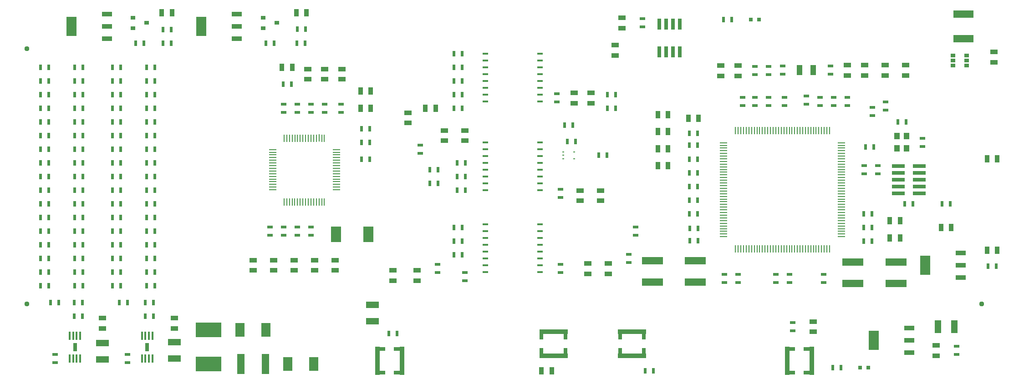
<source format=gtp>
G04 (created by PCBNEW-RS274X (2012-apr-16-27)-stable) date Sat 21 Dec 2013 03:19:58 PM CET*
G01*
G70*
G90*
%MOIN*%
G04 Gerber Fmt 3.4, Leading zero omitted, Abs format*
%FSLAX34Y34*%
G04 APERTURE LIST*
%ADD10C,0.008000*%
%ADD11R,0.041300X0.049200*%
%ADD12R,0.206700X0.035400*%
%ADD13R,0.031500X0.076700*%
%ADD14R,0.043000X0.023000*%
%ADD15R,0.023000X0.043000*%
%ADD16R,0.053000X0.033000*%
%ADD17R,0.035400X0.206700*%
%ADD18R,0.076700X0.031500*%
%ADD19R,0.068900X0.104300*%
%ADD20R,0.037400X0.025600*%
%ADD21R,0.033000X0.053000*%
%ADD22R,0.078000X0.142000*%
%ADD23R,0.078000X0.038000*%
%ADD24R,0.029400X0.029400*%
%ADD25R,0.018000X0.010000*%
%ADD26R,0.048000X0.098000*%
%ADD27R,0.013700X0.061000*%
%ADD28R,0.029500X0.059800*%
%ADD29R,0.098000X0.048000*%
%ADD30R,0.043000X0.018000*%
%ADD31R,0.092500X0.027900*%
%ADD32R,0.155500X0.058000*%
%ADD33R,0.188000X0.108000*%
%ADD34R,0.053000X0.148000*%
%ADD35R,0.041300X0.072800*%
%ADD36R,0.148000X0.053000*%
%ADD37R,0.058000X0.008000*%
%ADD38R,0.008000X0.058000*%
%ADD39R,0.076700X0.116100*%
%ADD40R,0.058000X0.007800*%
%ADD41O,0.058000X0.007800*%
%ADD42O,0.007800X0.058000*%
%ADD43C,0.037400*%
%ADD44R,0.025600X0.084600*%
G04 APERTURE END LIST*
G54D10*
G54D11*
X83104Y-29953D03*
X83104Y-29047D03*
X82396Y-29047D03*
X82396Y-29953D03*
G54D12*
X63000Y-43354D03*
X63000Y-45146D03*
G54D13*
X62124Y-43561D03*
X63876Y-43561D03*
X62124Y-44939D03*
X63876Y-44939D03*
G54D14*
X77018Y-39167D03*
X77018Y-39767D03*
X69768Y-39167D03*
X69768Y-39767D03*
X70768Y-39167D03*
X70768Y-39767D03*
G54D15*
X67800Y-30750D03*
X67200Y-30750D03*
X67800Y-32750D03*
X67200Y-32750D03*
X67800Y-31750D03*
X67200Y-31750D03*
X67800Y-33750D03*
X67200Y-33750D03*
X67800Y-34750D03*
X67200Y-34750D03*
X60550Y-30450D03*
X61150Y-30450D03*
X58050Y-28250D03*
X58650Y-28250D03*
X50200Y-31000D03*
X50800Y-31000D03*
X48200Y-31500D03*
X48800Y-31500D03*
X48200Y-32500D03*
X48800Y-32500D03*
X50200Y-32000D03*
X50800Y-32000D03*
X49950Y-37750D03*
X50550Y-37750D03*
X49950Y-36750D03*
X50550Y-36750D03*
X49950Y-24000D03*
X50550Y-24000D03*
X49950Y-25000D03*
X50550Y-25000D03*
X43200Y-30750D03*
X43800Y-30750D03*
X43200Y-29500D03*
X43800Y-29500D03*
G54D14*
X74750Y-43300D03*
X74750Y-42700D03*
G54D16*
X76250Y-43375D03*
X76250Y-42625D03*
G54D17*
X76146Y-45500D03*
X74354Y-45500D03*
G54D18*
X75939Y-44624D03*
X75939Y-46376D03*
X74561Y-44624D03*
X74561Y-46376D03*
G54D14*
X63750Y-20450D03*
X63750Y-21050D03*
G54D16*
X61750Y-23125D03*
X61750Y-22375D03*
X62250Y-20375D03*
X62250Y-21125D03*
G54D19*
X36195Y-43250D03*
X34305Y-43250D03*
X39695Y-45750D03*
X37805Y-45750D03*
G54D16*
X89500Y-23625D03*
X89500Y-22875D03*
G54D20*
X37000Y-20750D03*
X36000Y-21125D03*
X36000Y-20375D03*
G54D15*
X38450Y-22250D03*
X39050Y-22250D03*
X39100Y-21200D03*
X38500Y-21200D03*
X36800Y-22250D03*
X36200Y-22250D03*
G54D21*
X38425Y-20000D03*
X39175Y-20000D03*
G54D22*
X31450Y-21000D03*
G54D23*
X34050Y-21000D03*
X34050Y-20100D03*
X34050Y-21900D03*
G54D22*
X21950Y-21000D03*
G54D23*
X24550Y-21000D03*
X24550Y-20100D03*
X24550Y-21900D03*
G54D21*
X28575Y-20000D03*
X29325Y-20000D03*
G54D15*
X27250Y-22250D03*
X26650Y-22250D03*
X29250Y-21250D03*
X28650Y-21250D03*
X28650Y-22250D03*
X29250Y-22250D03*
G54D20*
X27450Y-20750D03*
X26450Y-21125D03*
X26450Y-20375D03*
G54D14*
X73000Y-24550D03*
X73000Y-23950D03*
G54D20*
X87500Y-23125D03*
X87500Y-23500D03*
X87500Y-23875D03*
X86500Y-23875D03*
X86500Y-23500D03*
X86500Y-23125D03*
G54D15*
X70300Y-20500D03*
X69700Y-20500D03*
G54D24*
X72295Y-20500D03*
X71705Y-20500D03*
G54D15*
X58850Y-29450D03*
X58250Y-29450D03*
G54D25*
X57950Y-30200D03*
X57950Y-30700D03*
X58750Y-30200D03*
X57950Y-30450D03*
X58750Y-30700D03*
G54D26*
X85400Y-43000D03*
X86600Y-43000D03*
G54D16*
X85250Y-44375D03*
X85250Y-45125D03*
G54D22*
X80700Y-44000D03*
G54D23*
X83300Y-44000D03*
X83300Y-43100D03*
X83300Y-44900D03*
G54D15*
X43200Y-28500D03*
X43800Y-28500D03*
G54D21*
X43875Y-27000D03*
X43125Y-27000D03*
G54D14*
X41700Y-27300D03*
X41700Y-26700D03*
G54D21*
X43875Y-25750D03*
X43125Y-25750D03*
G54D27*
X27884Y-43673D03*
X27628Y-43673D03*
X27372Y-43673D03*
X27116Y-43673D03*
X27116Y-45327D03*
X27372Y-45327D03*
X27628Y-45327D03*
X27884Y-45327D03*
G54D28*
X27500Y-44500D03*
G54D15*
X27950Y-41250D03*
X27350Y-41250D03*
G54D16*
X29500Y-42375D03*
X29500Y-43125D03*
G54D29*
X29500Y-45350D03*
X29500Y-44150D03*
G54D14*
X26050Y-45650D03*
X26050Y-45050D03*
G54D15*
X27950Y-42250D03*
X27350Y-42250D03*
X26050Y-41250D03*
X25450Y-41250D03*
X21013Y-41250D03*
X20413Y-41250D03*
X22763Y-42250D03*
X22163Y-42250D03*
G54D14*
X20750Y-45650D03*
X20750Y-45050D03*
G54D29*
X24213Y-45400D03*
X24213Y-44200D03*
G54D16*
X24213Y-42375D03*
X24213Y-43125D03*
G54D15*
X22763Y-41250D03*
X22163Y-41250D03*
G54D27*
X22597Y-43673D03*
X22341Y-43673D03*
X22085Y-43673D03*
X21829Y-43673D03*
X21829Y-45327D03*
X22085Y-45327D03*
X22341Y-45327D03*
X22597Y-45327D03*
G54D28*
X22213Y-44500D03*
G54D14*
X47500Y-29700D03*
X47500Y-30300D03*
G54D16*
X61250Y-38375D03*
X61250Y-39125D03*
X59750Y-39125D03*
X59750Y-38375D03*
G54D14*
X57750Y-39050D03*
X57750Y-38450D03*
X62750Y-38300D03*
X62750Y-37700D03*
X63250Y-36300D03*
X63250Y-35700D03*
G54D15*
X49950Y-35750D03*
X50550Y-35750D03*
G54D14*
X48750Y-39050D03*
X48750Y-38450D03*
X50750Y-39050D03*
X50750Y-39650D03*
G54D16*
X47250Y-39625D03*
X47250Y-38875D03*
X45500Y-39625D03*
X45500Y-38875D03*
X49250Y-29375D03*
X49250Y-28625D03*
X50750Y-29375D03*
X50750Y-28625D03*
G54D15*
X50800Y-33000D03*
X50200Y-33000D03*
G54D14*
X57750Y-32950D03*
X57750Y-33550D03*
G54D16*
X59200Y-33025D03*
X59200Y-33775D03*
X60700Y-33025D03*
X60700Y-33775D03*
X60000Y-25875D03*
X60000Y-26625D03*
X58750Y-26625D03*
X58750Y-25875D03*
G54D14*
X57500Y-26550D03*
X57500Y-25950D03*
G54D15*
X61200Y-26000D03*
X61800Y-26000D03*
X61200Y-27000D03*
X61800Y-27000D03*
X49950Y-23000D03*
X50550Y-23000D03*
X49950Y-26000D03*
X50550Y-26000D03*
X50550Y-27000D03*
X49950Y-27000D03*
G54D21*
X48625Y-27000D03*
X47875Y-27000D03*
G54D16*
X46600Y-28075D03*
X46600Y-27325D03*
G54D30*
X56250Y-39000D03*
X56250Y-38500D03*
X56250Y-38000D03*
X56250Y-37500D03*
X56250Y-37000D03*
X56250Y-36500D03*
X56250Y-36000D03*
X56250Y-35500D03*
X52250Y-35500D03*
X52250Y-36000D03*
X52250Y-36500D03*
X52250Y-37000D03*
X52250Y-37500D03*
X52250Y-38000D03*
X52250Y-38500D03*
X52250Y-39000D03*
X56250Y-26500D03*
X56250Y-26000D03*
X56250Y-25500D03*
X56250Y-25000D03*
X56250Y-24500D03*
X56250Y-24000D03*
X56250Y-23500D03*
X56250Y-23000D03*
X52250Y-23000D03*
X52250Y-23500D03*
X52250Y-24000D03*
X52250Y-24500D03*
X52250Y-25000D03*
X52250Y-25500D03*
X52250Y-26000D03*
X52250Y-26500D03*
X56250Y-33000D03*
X56250Y-32500D03*
X56250Y-32000D03*
X56250Y-31500D03*
X56250Y-31000D03*
X56250Y-30500D03*
X56250Y-30000D03*
X56250Y-29500D03*
X52250Y-29500D03*
X52250Y-30000D03*
X52250Y-30500D03*
X52250Y-31000D03*
X52250Y-31500D03*
X52250Y-32000D03*
X52250Y-32500D03*
X52250Y-33000D03*
G54D15*
X85700Y-34000D03*
X86300Y-34000D03*
G54D14*
X80000Y-31800D03*
X80000Y-31200D03*
X81000Y-31800D03*
X81000Y-31200D03*
G54D15*
X83550Y-34000D03*
X82950Y-34000D03*
G54D31*
X84018Y-33250D03*
X82482Y-33250D03*
X84018Y-32750D03*
X82482Y-32750D03*
X84018Y-32250D03*
X82482Y-32250D03*
X84018Y-31750D03*
X82482Y-31750D03*
X84018Y-31250D03*
X82482Y-31250D03*
G54D15*
X79950Y-36750D03*
X80550Y-36750D03*
G54D32*
X82325Y-39837D03*
X82325Y-38263D03*
X79175Y-39837D03*
X79175Y-38263D03*
G54D15*
X78300Y-46000D03*
X77700Y-46000D03*
G54D24*
X80295Y-46000D03*
X79705Y-46000D03*
G54D33*
X32000Y-45750D03*
X32000Y-43250D03*
G54D34*
X34350Y-45750D03*
X36150Y-45750D03*
G54D14*
X78750Y-26800D03*
X78750Y-26200D03*
X77750Y-26800D03*
X77750Y-26200D03*
X81550Y-26550D03*
X81550Y-27150D03*
X80600Y-26950D03*
X80600Y-27550D03*
G54D35*
X76260Y-24217D03*
X75276Y-24217D03*
G54D14*
X77518Y-24517D03*
X77518Y-23917D03*
X74018Y-24517D03*
X74018Y-23917D03*
G54D15*
X82450Y-28000D03*
X83050Y-28000D03*
G54D14*
X84250Y-29800D03*
X84250Y-29200D03*
G54D21*
X65643Y-31217D03*
X64893Y-31217D03*
G54D15*
X67800Y-29700D03*
X67200Y-29700D03*
G54D21*
X64893Y-29967D03*
X65643Y-29967D03*
X88995Y-30709D03*
X89745Y-30709D03*
G54D17*
X46146Y-45500D03*
X44354Y-45500D03*
G54D18*
X45939Y-44624D03*
X45939Y-46376D03*
X44561Y-44624D03*
X44561Y-46376D03*
G54D12*
X57250Y-45146D03*
X57250Y-43354D03*
G54D13*
X58126Y-44939D03*
X56374Y-44939D03*
X58126Y-43561D03*
X56374Y-43561D03*
G54D21*
X57125Y-46250D03*
X56375Y-46250D03*
G54D29*
X44000Y-42600D03*
X44000Y-41400D03*
G54D15*
X45200Y-43500D03*
X45800Y-43500D03*
X63950Y-46250D03*
X64550Y-46250D03*
G54D36*
X87250Y-20100D03*
X87250Y-21900D03*
G54D16*
X80018Y-24592D03*
X80018Y-23842D03*
G54D21*
X81875Y-35250D03*
X82625Y-35250D03*
G54D15*
X80100Y-29850D03*
X80700Y-29850D03*
G54D21*
X82625Y-36500D03*
X81875Y-36500D03*
G54D14*
X75750Y-26700D03*
X75750Y-26100D03*
X73518Y-39167D03*
X73518Y-39767D03*
X73000Y-26800D03*
X73000Y-26200D03*
G54D15*
X67818Y-35817D03*
X67218Y-35817D03*
G54D14*
X72000Y-26800D03*
X72000Y-26200D03*
G54D21*
X67875Y-27750D03*
X67125Y-27750D03*
G54D15*
X79950Y-35750D03*
X80550Y-35750D03*
G54D21*
X64893Y-27467D03*
X65643Y-27467D03*
G54D15*
X67800Y-28850D03*
X67200Y-28850D03*
G54D21*
X65643Y-28717D03*
X64893Y-28717D03*
G54D16*
X81518Y-24592D03*
X81518Y-23842D03*
G54D14*
X76750Y-26800D03*
X76750Y-26200D03*
G54D16*
X83018Y-23842D03*
X83018Y-24592D03*
X78768Y-23842D03*
X78768Y-24592D03*
X69500Y-23875D03*
X69500Y-24625D03*
G54D14*
X71100Y-26800D03*
X71100Y-26200D03*
X74518Y-39167D03*
X74518Y-39767D03*
G54D15*
X79950Y-34750D03*
X80550Y-34750D03*
G54D14*
X74150Y-26800D03*
X74150Y-26200D03*
G54D15*
X67818Y-36717D03*
X67218Y-36717D03*
G54D14*
X72000Y-24550D03*
X72000Y-23950D03*
G54D16*
X70750Y-24625D03*
X70750Y-23875D03*
G54D37*
X78343Y-36412D03*
X78343Y-36212D03*
X78343Y-36017D03*
X78343Y-35822D03*
X78343Y-35622D03*
X78343Y-35427D03*
X78343Y-35232D03*
X78343Y-35032D03*
X78343Y-34837D03*
X78343Y-34642D03*
X78343Y-34442D03*
X78343Y-34247D03*
X78343Y-34052D03*
X78343Y-33852D03*
X78343Y-33657D03*
X78343Y-33462D03*
X78343Y-33262D03*
X78343Y-33067D03*
X78343Y-32867D03*
X78343Y-32672D03*
X78343Y-32472D03*
X78343Y-32277D03*
X78343Y-32082D03*
X78343Y-31882D03*
X78343Y-31687D03*
X78343Y-31492D03*
X78343Y-31292D03*
X78343Y-31097D03*
X78343Y-30902D03*
X78343Y-30702D03*
X78343Y-30507D03*
X78343Y-30312D03*
X78343Y-30112D03*
X78343Y-29917D03*
X78343Y-29722D03*
X78343Y-29522D03*
G54D38*
X71753Y-28642D03*
X71558Y-28642D03*
X71363Y-28642D03*
X71163Y-28642D03*
X70968Y-28642D03*
X70773Y-28642D03*
X70573Y-28642D03*
X71558Y-37292D03*
X71753Y-37292D03*
X71953Y-37292D03*
X72148Y-37292D03*
X72343Y-37292D03*
X72543Y-37292D03*
X72738Y-37292D03*
X72933Y-37292D03*
X73133Y-37292D03*
X73328Y-37292D03*
X73523Y-37292D03*
X73723Y-37292D03*
X73918Y-37292D03*
X74118Y-37292D03*
X74313Y-37292D03*
X74513Y-37292D03*
X74708Y-37292D03*
X74903Y-37292D03*
X75103Y-37292D03*
X75298Y-37292D03*
X75493Y-37292D03*
X75693Y-37292D03*
X75888Y-37292D03*
X76083Y-37292D03*
X76283Y-37292D03*
X76478Y-37292D03*
X76673Y-37292D03*
X76873Y-37292D03*
X77068Y-37292D03*
X77263Y-37292D03*
X77463Y-37292D03*
X77463Y-28642D03*
X77263Y-28642D03*
X77068Y-28642D03*
X76873Y-28642D03*
X76673Y-28642D03*
X76478Y-28642D03*
X76283Y-28642D03*
X76083Y-28642D03*
X75888Y-28642D03*
X75693Y-28642D03*
X75493Y-28642D03*
X75298Y-28642D03*
X75103Y-28642D03*
X74903Y-28642D03*
X74708Y-28642D03*
X74513Y-28642D03*
X74313Y-28642D03*
X74118Y-28642D03*
X73918Y-28642D03*
X73723Y-28642D03*
X73523Y-28642D03*
X73328Y-28642D03*
X73133Y-28642D03*
X72933Y-28642D03*
X72738Y-28642D03*
X72543Y-28642D03*
X72343Y-28642D03*
X72148Y-28642D03*
X71953Y-28642D03*
G54D37*
X69693Y-30507D03*
X69693Y-30702D03*
X69693Y-30902D03*
X69693Y-31097D03*
X69693Y-31292D03*
X69693Y-31492D03*
X69693Y-31687D03*
X69693Y-31882D03*
X69693Y-32082D03*
X69693Y-32277D03*
X69693Y-32472D03*
X69693Y-32672D03*
X69693Y-32867D03*
X69693Y-33067D03*
X69693Y-33262D03*
X69693Y-33462D03*
X69693Y-33657D03*
X69693Y-33852D03*
X69693Y-34052D03*
X69693Y-34247D03*
X69693Y-34442D03*
X69693Y-34642D03*
X69693Y-34837D03*
X69693Y-35032D03*
X69693Y-35232D03*
X69693Y-35427D03*
X69693Y-35622D03*
X69693Y-35822D03*
X69693Y-36017D03*
X69693Y-36212D03*
X69693Y-36412D03*
X69693Y-29522D03*
X69693Y-29722D03*
X69693Y-29917D03*
X69693Y-30112D03*
X69693Y-30312D03*
G54D38*
X70573Y-37292D03*
X70773Y-37292D03*
X70968Y-37292D03*
X71163Y-37292D03*
X71363Y-37292D03*
G54D16*
X35250Y-38125D03*
X35250Y-38875D03*
X40500Y-24875D03*
X40500Y-24125D03*
G54D14*
X40500Y-27300D03*
X40500Y-26700D03*
G54D16*
X41750Y-24875D03*
X41750Y-24125D03*
G54D15*
X37450Y-25250D03*
X38050Y-25250D03*
G54D21*
X37375Y-24000D03*
X38125Y-24000D03*
G54D16*
X39750Y-38125D03*
X39750Y-38875D03*
G54D14*
X39500Y-26700D03*
X39500Y-27300D03*
G54D16*
X39250Y-24125D03*
X39250Y-24875D03*
X41250Y-38125D03*
X41250Y-38875D03*
G54D39*
X41319Y-36250D03*
X43681Y-36250D03*
G54D16*
X38250Y-38875D03*
X38250Y-38125D03*
G54D14*
X39500Y-36300D03*
X39500Y-35700D03*
X38500Y-35700D03*
X38500Y-36300D03*
X36500Y-35700D03*
X36500Y-36300D03*
X37500Y-35700D03*
X37500Y-36300D03*
X38500Y-27300D03*
X38500Y-26700D03*
G54D16*
X36750Y-38125D03*
X36750Y-38875D03*
G54D14*
X37500Y-27300D03*
X37500Y-26700D03*
G54D15*
X27450Y-35000D03*
X28050Y-35000D03*
X22200Y-35000D03*
X22800Y-35000D03*
X24950Y-35000D03*
X25550Y-35000D03*
X19700Y-35000D03*
X20300Y-35000D03*
X19700Y-34000D03*
X20300Y-34000D03*
X24950Y-34000D03*
X25550Y-34000D03*
X22200Y-34000D03*
X22800Y-34000D03*
X27450Y-34000D03*
X28050Y-34000D03*
X27450Y-32000D03*
X28050Y-32000D03*
X22200Y-32000D03*
X22800Y-32000D03*
X24950Y-32000D03*
X25550Y-32000D03*
X19700Y-32000D03*
X20300Y-32000D03*
X19700Y-33000D03*
X20300Y-33000D03*
X24950Y-33000D03*
X25550Y-33000D03*
X22200Y-33000D03*
X22800Y-33000D03*
X27450Y-33000D03*
X28050Y-33000D03*
X27450Y-37000D03*
X28050Y-37000D03*
X22200Y-37000D03*
X22800Y-37000D03*
X24950Y-37000D03*
X25550Y-37000D03*
X19700Y-37000D03*
X20300Y-37000D03*
X19700Y-36000D03*
X20300Y-36000D03*
X24950Y-36000D03*
X25550Y-36000D03*
X22200Y-36000D03*
X22800Y-36000D03*
X27450Y-36000D03*
X28050Y-36000D03*
X27450Y-38000D03*
X28050Y-38000D03*
X22200Y-38000D03*
X22800Y-38000D03*
X24950Y-38000D03*
X25550Y-38000D03*
X19700Y-38000D03*
X20300Y-38000D03*
X19700Y-39000D03*
X20300Y-39000D03*
X24950Y-39000D03*
X25550Y-39000D03*
X22200Y-39000D03*
X22800Y-39000D03*
X27450Y-39000D03*
X28050Y-39000D03*
X27450Y-31000D03*
X28050Y-31000D03*
X22200Y-31000D03*
X22800Y-31000D03*
X24950Y-31000D03*
X25550Y-31000D03*
X19700Y-31000D03*
X20300Y-31000D03*
X19700Y-30000D03*
X20300Y-30000D03*
X24950Y-30000D03*
X25550Y-30000D03*
X22200Y-30000D03*
X22800Y-30000D03*
X27450Y-30000D03*
X28050Y-30000D03*
X27450Y-28000D03*
X28050Y-28000D03*
X22200Y-28000D03*
X22800Y-28000D03*
X24950Y-28000D03*
X25550Y-28000D03*
X19700Y-28000D03*
X20300Y-28000D03*
X19700Y-29000D03*
X20300Y-29000D03*
X24950Y-29000D03*
X25550Y-29000D03*
X22200Y-29000D03*
X22800Y-29000D03*
X27450Y-29000D03*
X28050Y-29000D03*
X27450Y-25000D03*
X28050Y-25000D03*
X22200Y-25000D03*
X22800Y-25000D03*
X24950Y-25000D03*
X25550Y-25000D03*
X19700Y-25000D03*
X20300Y-25000D03*
X19700Y-24000D03*
X20300Y-24000D03*
X24950Y-24000D03*
X25550Y-24000D03*
X22200Y-24000D03*
X22800Y-24000D03*
X27450Y-24000D03*
X28050Y-24000D03*
X27450Y-26000D03*
X28050Y-26000D03*
X22200Y-26000D03*
X22800Y-26000D03*
X24950Y-26000D03*
X25550Y-26000D03*
X19700Y-26000D03*
X20300Y-26000D03*
X19700Y-27000D03*
X20300Y-27000D03*
X24950Y-27000D03*
X25550Y-27000D03*
X22200Y-27000D03*
X22800Y-27000D03*
X27450Y-27000D03*
X28050Y-27000D03*
G54D40*
X36689Y-30024D03*
G54D41*
X36689Y-30221D03*
X36689Y-30418D03*
X36689Y-30615D03*
X36689Y-30812D03*
X36689Y-31008D03*
X36689Y-31205D03*
X36689Y-31402D03*
X36689Y-31599D03*
X36689Y-31796D03*
X36689Y-31993D03*
X36689Y-32189D03*
X36689Y-32386D03*
X36689Y-32583D03*
X36689Y-32780D03*
X36689Y-32977D03*
G54D42*
X37524Y-33875D03*
X37721Y-33875D03*
X37918Y-33875D03*
X38115Y-33875D03*
X38312Y-33875D03*
X38508Y-33875D03*
X38705Y-33875D03*
X38902Y-33875D03*
X39099Y-33875D03*
X39296Y-33875D03*
X39493Y-33875D03*
X39689Y-33875D03*
X39886Y-33875D03*
X40083Y-33875D03*
X40280Y-33875D03*
X40477Y-33875D03*
G54D41*
X41375Y-32977D03*
X41375Y-32780D03*
X41375Y-32583D03*
X41375Y-32386D03*
X41375Y-32189D03*
X41375Y-31993D03*
X41375Y-31796D03*
X41375Y-31599D03*
X41375Y-31402D03*
X41375Y-31205D03*
X41375Y-31008D03*
X41375Y-30812D03*
X41375Y-30615D03*
X41375Y-30418D03*
X41375Y-30221D03*
X41375Y-30024D03*
G54D42*
X40477Y-29189D03*
X40280Y-29189D03*
X39886Y-29189D03*
X40083Y-29182D03*
X39689Y-29189D03*
X39493Y-29189D03*
X39296Y-29189D03*
X39099Y-29189D03*
X38902Y-29189D03*
X38705Y-29189D03*
X38511Y-29189D03*
X38314Y-29189D03*
X38117Y-29189D03*
X37920Y-29189D03*
X37724Y-29189D03*
X37527Y-29189D03*
G54D22*
X84450Y-38500D03*
G54D23*
X87050Y-38500D03*
X87050Y-37600D03*
X87050Y-39400D03*
G54D21*
X88995Y-37402D03*
X89745Y-37402D03*
X86375Y-35750D03*
X85625Y-35750D03*
G54D15*
X89070Y-38583D03*
X89670Y-38583D03*
G54D14*
X86750Y-44450D03*
X86750Y-45050D03*
G54D15*
X22200Y-40000D03*
X22800Y-40000D03*
X27450Y-40000D03*
X28050Y-40000D03*
X19700Y-40000D03*
X20300Y-40000D03*
X24950Y-40000D03*
X25550Y-40000D03*
G54D43*
X88583Y-41339D03*
X18701Y-41339D03*
X18701Y-22638D03*
G54D44*
X65000Y-22874D03*
X65500Y-22874D03*
X66000Y-22874D03*
X66500Y-22874D03*
X66500Y-20826D03*
X66000Y-20826D03*
X65500Y-20826D03*
X65000Y-20826D03*
G54D32*
X67643Y-39730D03*
X67643Y-38156D03*
X64493Y-39730D03*
X64493Y-38156D03*
M02*

</source>
